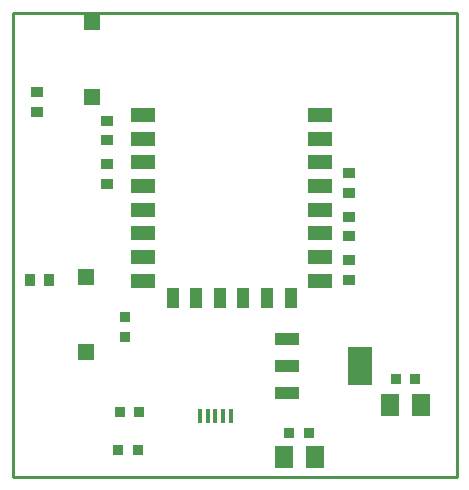
<source format=gtp>
G04*
G04 #@! TF.GenerationSoftware,Altium Limited,Altium Designer,20.1.12 (249)*
G04*
G04 Layer_Color=8421504*
%FSLAX25Y25*%
%MOIN*%
G70*
G04*
G04 #@! TF.SameCoordinates,74860364-7C4C-4BB1-8EB4-A47DF166201D*
G04*
G04*
G04 #@! TF.FilePolarity,Positive*
G04*
G01*
G75*
%ADD14C,0.01000*%
%ADD17R,0.07874X0.04724*%
%ADD18R,0.04331X0.06693*%
%ADD19R,0.05512X0.05315*%
%ADD20R,0.03937X0.03740*%
%ADD21R,0.03543X0.03347*%
%ADD22R,0.03347X0.03543*%
%ADD23R,0.06102X0.07284*%
%ADD24R,0.03740X0.03937*%
%ADD25R,0.01772X0.05118*%
%ADD26R,0.07874X0.03937*%
%ADD27R,0.07874X0.12992*%
D14*
X0Y0D02*
X148000D01*
Y154500D01*
X0D02*
X148000D01*
X0Y0D02*
Y154500D01*
D17*
X43472Y120559D02*
D03*
Y112685D02*
D03*
Y104811D02*
D03*
Y96937D02*
D03*
Y89063D02*
D03*
Y81189D02*
D03*
Y73315D02*
D03*
Y65441D02*
D03*
X102527D02*
D03*
Y73315D02*
D03*
Y81189D02*
D03*
Y89063D02*
D03*
Y96937D02*
D03*
Y104811D02*
D03*
Y112685D02*
D03*
Y120559D02*
D03*
D18*
X53315Y59535D02*
D03*
X61189D02*
D03*
X69063D02*
D03*
X76937D02*
D03*
X84811D02*
D03*
X92685D02*
D03*
D19*
X26500Y151500D02*
D03*
Y126500D02*
D03*
X24500Y66500D02*
D03*
Y41500D02*
D03*
D20*
X112000Y65752D02*
D03*
Y72248D02*
D03*
Y101248D02*
D03*
Y94752D02*
D03*
Y80252D02*
D03*
Y86748D02*
D03*
X31500Y118748D02*
D03*
Y112252D02*
D03*
Y97752D02*
D03*
Y104248D02*
D03*
X8000Y121752D02*
D03*
Y128248D02*
D03*
D21*
X37500Y53244D02*
D03*
Y46748D02*
D03*
D22*
X35752Y21500D02*
D03*
X42248D02*
D03*
X35252Y9000D02*
D03*
X41748D02*
D03*
X98748Y14500D02*
D03*
X92252D02*
D03*
X134248Y32500D02*
D03*
X127752D02*
D03*
D23*
X90283Y6500D02*
D03*
X100717D02*
D03*
X136217Y24000D02*
D03*
X125783D02*
D03*
D24*
X5752Y65500D02*
D03*
X12248D02*
D03*
D25*
X70059Y20417D02*
D03*
X67500D02*
D03*
X64941D02*
D03*
X72618D02*
D03*
X62382D02*
D03*
D26*
X91295Y46055D02*
D03*
Y37000D02*
D03*
Y27945D02*
D03*
D27*
X115705Y37000D02*
D03*
M02*

</source>
